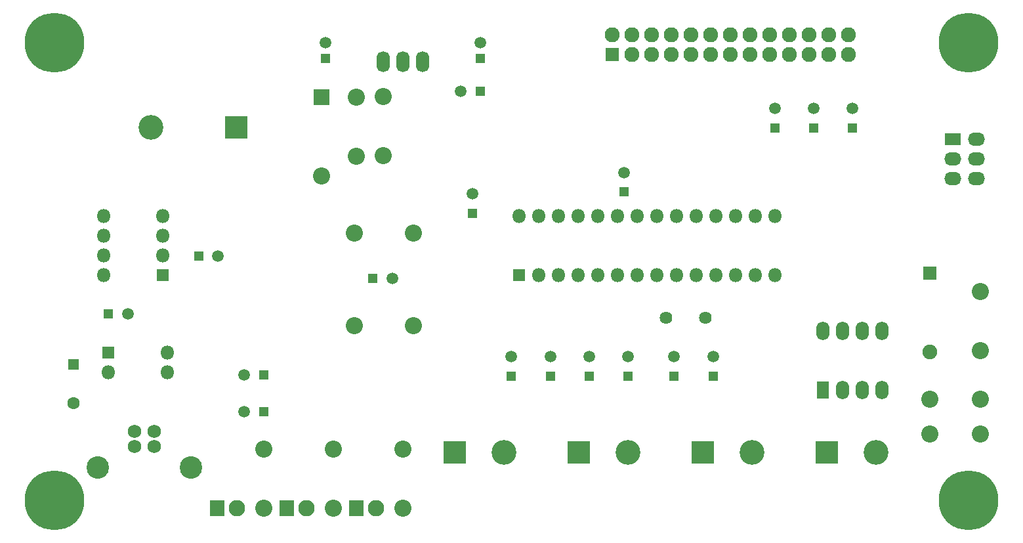
<source format=gbs>
G04 #@! TF.GenerationSoftware,KiCad,Pcbnew,(5.0.0-rc2-20-gcf2a07559)*
G04 #@! TF.CreationDate,2018-05-24T23:42:55-07:00*
G04 #@! TF.ProjectId,Gecko_Controller,4765636B6F5F436F6E74726F6C6C6572,rev?*
G04 #@! TF.SameCoordinates,Original*
G04 #@! TF.FileFunction,Soldermask,Bot*
G04 #@! TF.FilePolarity,Negative*
%FSLAX46Y46*%
G04 Gerber Fmt 4.6, Leading zero omitted, Abs format (unit mm)*
G04 Created by KiCad (PCBNEW (5.0.0-rc2-20-gcf2a07559)) date 05/24/18 23:42:55*
%MOMM*%
%LPD*%
G01*
G04 APERTURE LIST*
%ADD10R,3.000000X3.000000*%
%ADD11C,3.203200*%
%ADD12R,1.727200X1.727200*%
%ADD13O,1.930400X1.930400*%
%ADD14O,1.704340X2.702560*%
%ADD15R,1.600000X1.600000*%
%ADD16O,1.803200X1.803200*%
%ADD17R,1.900000X2.000000*%
%ADD18C,2.103200*%
%ADD19C,1.727200*%
%ADD20C,2.903220*%
%ADD21R,1.498600X2.197100*%
%ADD22O,1.701800X2.400300*%
%ADD23R,2.000000X1.500000*%
%ADD24O,2.203200X1.703200*%
%ADD25C,2.202180*%
%ADD26C,2.203200*%
%ADD27R,1.998980X1.998980*%
%ADD28C,1.625600*%
%ADD29C,7.703200*%
%ADD30R,1.300000X1.300000*%
%ADD31C,1.503200*%
%ADD32C,1.902460*%
%ADD33R,1.699260X1.699260*%
%ADD34R,1.400000X1.400000*%
%ADD35C,1.603200*%
G04 APERTURE END LIST*
D10*
G04 #@! TO.C,TB1*
X115500000Y-77900000D03*
D11*
X104500000Y-77900000D03*
G04 #@! TD*
D12*
G04 #@! TO.C,P3*
X164000000Y-68500000D03*
D13*
X164000000Y-65960000D03*
X166540000Y-68500000D03*
X166540000Y-65960000D03*
X169080000Y-68500000D03*
X169080000Y-65960000D03*
X171620000Y-68500000D03*
X171620000Y-65960000D03*
X174160000Y-68500000D03*
X174160000Y-65960000D03*
X176700000Y-68500000D03*
X176700000Y-65960000D03*
X179240000Y-68500000D03*
X179240000Y-65960000D03*
X181780000Y-68500000D03*
X181780000Y-65960000D03*
X184320000Y-68500000D03*
X184320000Y-65960000D03*
X186860000Y-68500000D03*
X186860000Y-65960000D03*
X189400000Y-68500000D03*
X189400000Y-65960000D03*
X191940000Y-68500000D03*
X191940000Y-65960000D03*
X194480000Y-68500000D03*
X194480000Y-65960000D03*
G04 #@! TD*
D14*
G04 #@! TO.C,U1*
X137000000Y-69500000D03*
X134460000Y-69500000D03*
X139540000Y-69500000D03*
G04 #@! TD*
D15*
G04 #@! TO.C,IC1*
X152000000Y-97000000D03*
D16*
X154540000Y-97000000D03*
X157080000Y-97000000D03*
X159620000Y-97000000D03*
X162160000Y-97000000D03*
X164700000Y-97000000D03*
X167240000Y-97000000D03*
X169780000Y-97000000D03*
X172320000Y-97000000D03*
X174860000Y-97000000D03*
X177400000Y-97000000D03*
X179940000Y-97000000D03*
X182480000Y-97000000D03*
X185020000Y-97000000D03*
X185020000Y-89380000D03*
X182480000Y-89380000D03*
X179940000Y-89380000D03*
X177400000Y-89380000D03*
X174860000Y-89380000D03*
X172320000Y-89380000D03*
X169780000Y-89380000D03*
X167240000Y-89380000D03*
X164700000Y-89380000D03*
X162160000Y-89380000D03*
X159620000Y-89380000D03*
X157080000Y-89380000D03*
X154540000Y-89380000D03*
X152000000Y-89380000D03*
G04 #@! TD*
D15*
G04 #@! TO.C,U3*
X106000000Y-97000000D03*
D16*
X106000000Y-94460000D03*
X106000000Y-91920000D03*
X106000000Y-89380000D03*
X98380000Y-89380000D03*
X98380000Y-91920000D03*
X98380000Y-94460000D03*
X98380000Y-97000000D03*
G04 #@! TD*
D15*
G04 #@! TO.C,Q1*
X99000000Y-107000000D03*
D16*
X99000000Y-109540000D03*
X106620000Y-109540000D03*
X106620000Y-107000000D03*
G04 #@! TD*
D17*
G04 #@! TO.C,D2*
X131000000Y-127000000D03*
D18*
X133540000Y-127000000D03*
G04 #@! TD*
D17*
G04 #@! TO.C,D3*
X122000000Y-127000000D03*
D18*
X124540000Y-127000000D03*
G04 #@! TD*
D17*
G04 #@! TO.C,D4*
X113000000Y-127000000D03*
D18*
X115540000Y-127000000D03*
G04 #@! TD*
D19*
G04 #@! TO.C,P1*
X102362000Y-117094000D03*
X104902000Y-117094000D03*
X104902000Y-119092980D03*
X102362000Y-119092980D03*
D20*
X97632520Y-121793000D03*
X109631480Y-121793000D03*
G04 #@! TD*
D10*
G04 #@! TO.C,TB5*
X175700000Y-119800000D03*
D11*
X182050000Y-119800000D03*
G04 #@! TD*
D10*
G04 #@! TO.C,TB2*
X191700000Y-119800000D03*
D11*
X198050000Y-119800000D03*
G04 #@! TD*
D10*
G04 #@! TO.C,TB4*
X159700000Y-119800000D03*
D11*
X166050000Y-119800000D03*
G04 #@! TD*
D10*
G04 #@! TO.C,TB3*
X143700000Y-119800000D03*
D11*
X150050000Y-119800000D03*
G04 #@! TD*
D21*
G04 #@! TO.C,SW2*
X191190000Y-111797300D03*
D22*
X193730000Y-111810000D03*
X196270000Y-111810000D03*
X198810000Y-111810000D03*
X198810000Y-104190000D03*
X196270000Y-104190000D03*
X193730000Y-104190000D03*
X191190000Y-104190000D03*
G04 #@! TD*
D23*
G04 #@! TO.C,P2*
X207980000Y-79460000D03*
D24*
X211020000Y-79460000D03*
X207980000Y-82000000D03*
X211020000Y-82000000D03*
X207980000Y-84540000D03*
X211020000Y-84540000D03*
G04 #@! TD*
D25*
G04 #@! TO.C,R5*
X211500000Y-106750000D03*
X211500000Y-99130000D03*
G04 #@! TD*
G04 #@! TO.C,R7*
X134477760Y-81584800D03*
X134477760Y-73964800D03*
G04 #@! TD*
G04 #@! TO.C,R6*
X131000000Y-74000000D03*
X131000000Y-81620000D03*
G04 #@! TD*
G04 #@! TO.C,R9*
X138303000Y-91567000D03*
X130683000Y-91567000D03*
G04 #@! TD*
G04 #@! TO.C,R8*
X138303000Y-103505000D03*
X130683000Y-103505000D03*
G04 #@! TD*
G04 #@! TO.C,R3*
X137000000Y-127000000D03*
X137000000Y-119380000D03*
G04 #@! TD*
G04 #@! TO.C,R4*
X128000000Y-127000000D03*
X128000000Y-119380000D03*
G04 #@! TD*
G04 #@! TO.C,R2*
X119000000Y-127000000D03*
X119000000Y-119380000D03*
G04 #@! TD*
D26*
G04 #@! TO.C,SW1*
X205000000Y-117500000D03*
X205000000Y-113000000D03*
X211500000Y-117500000D03*
X211500000Y-113000000D03*
G04 #@! TD*
D25*
G04 #@! TO.C,D1*
X126502540Y-84160000D03*
D27*
X126502540Y-74000000D03*
G04 #@! TD*
D28*
G04 #@! TO.C,Y1*
X176000000Y-102500000D03*
X170920000Y-102500000D03*
G04 #@! TD*
D29*
G04 #@! TO.C,REF\002A\002A*
X92000000Y-67000000D03*
G04 #@! TD*
G04 #@! TO.C,REF\002A\002A*
X92000000Y-126000000D03*
G04 #@! TD*
G04 #@! TO.C,REF\002A\002A*
X210000000Y-126000000D03*
G04 #@! TD*
G04 #@! TO.C,REF\002A\002A*
X210000000Y-67000000D03*
G04 #@! TD*
D30*
G04 #@! TO.C,C1*
X110617000Y-94488000D03*
D31*
X113117000Y-94488000D03*
G04 #@! TD*
D30*
G04 #@! TO.C,C2*
X166000000Y-110000000D03*
D31*
X166000000Y-107500000D03*
G04 #@! TD*
D30*
G04 #@! TO.C,C3*
X118999000Y-114554000D03*
D31*
X116499000Y-114554000D03*
G04 #@! TD*
D30*
G04 #@! TO.C,C4*
X127000000Y-69000000D03*
D31*
X127000000Y-67000000D03*
G04 #@! TD*
D30*
G04 #@! TO.C,C5*
X151000000Y-110000000D03*
D31*
X151000000Y-107500000D03*
G04 #@! TD*
D30*
G04 #@! TO.C,C6*
X156000000Y-110000000D03*
D31*
X156000000Y-107500000D03*
G04 #@! TD*
D30*
G04 #@! TO.C,C7*
X147000000Y-69000000D03*
D31*
X147000000Y-67000000D03*
G04 #@! TD*
D30*
G04 #@! TO.C,C9*
X161000000Y-110000000D03*
D31*
X161000000Y-107500000D03*
G04 #@! TD*
D30*
G04 #@! TO.C,C10*
X99000000Y-102000000D03*
D31*
X101500000Y-102000000D03*
G04 #@! TD*
D30*
G04 #@! TO.C,C11*
X177000000Y-110000000D03*
D31*
X177000000Y-107500000D03*
G04 #@! TD*
D30*
G04 #@! TO.C,C12*
X172000000Y-110000000D03*
D31*
X172000000Y-107500000D03*
G04 #@! TD*
D30*
G04 #@! TO.C,C13*
X165500000Y-86250000D03*
D31*
X165500000Y-83750000D03*
G04 #@! TD*
D30*
G04 #@! TO.C,C14*
X146000000Y-89000000D03*
D31*
X146000000Y-86500000D03*
G04 #@! TD*
D30*
G04 #@! TO.C,C15*
X185000000Y-78000000D03*
D31*
X185000000Y-75500000D03*
G04 #@! TD*
D30*
G04 #@! TO.C,C16*
X190000000Y-78000000D03*
D31*
X190000000Y-75500000D03*
G04 #@! TD*
D30*
G04 #@! TO.C,C8*
X146939000Y-73279000D03*
D31*
X144439000Y-73279000D03*
G04 #@! TD*
D30*
G04 #@! TO.C,C18*
X195000000Y-78000000D03*
D31*
X195000000Y-75500000D03*
G04 #@! TD*
D32*
G04 #@! TO.C,D5*
X205002540Y-106910520D03*
D33*
X205002540Y-96750520D03*
G04 #@! TD*
D34*
G04 #@! TO.C,F1*
X94488000Y-108458000D03*
D35*
X94488000Y-113458000D03*
G04 #@! TD*
D30*
G04 #@! TO.C,C17*
X118999000Y-109855000D03*
D31*
X116499000Y-109855000D03*
G04 #@! TD*
D30*
G04 #@! TO.C,C19*
X133096000Y-97409000D03*
D31*
X135596000Y-97409000D03*
G04 #@! TD*
M02*

</source>
